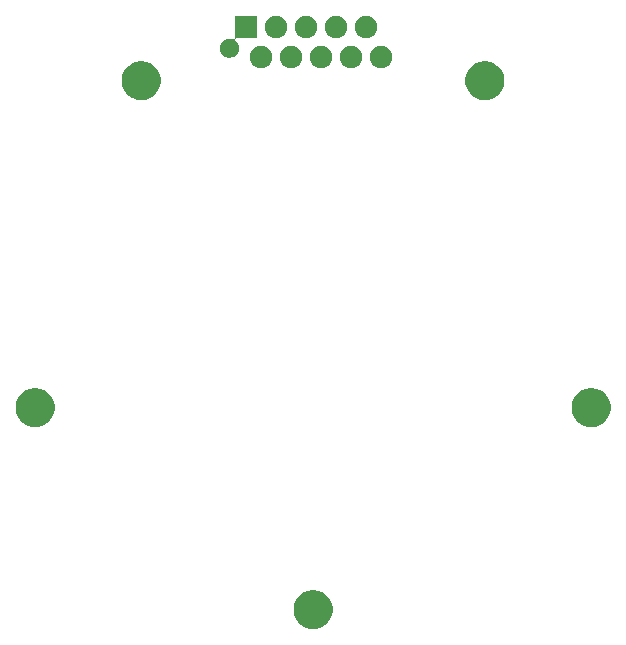
<source format=gbr>
G04 #@! TF.GenerationSoftware,KiCad,Pcbnew,5.1.2-f72e74a~84~ubuntu18.04.1*
G04 #@! TF.CreationDate,2019-09-23T03:00:40+02:00*
G04 #@! TF.ProjectId,roboy_3.0_40mm_ball_sensor,726f626f-795f-4332-9e30-5f34306d6d5f,rev?*
G04 #@! TF.SameCoordinates,Original*
G04 #@! TF.FileFunction,Soldermask,Bot*
G04 #@! TF.FilePolarity,Negative*
%FSLAX46Y46*%
G04 Gerber Fmt 4.6, Leading zero omitted, Abs format (unit mm)*
G04 Created by KiCad (PCBNEW 5.1.2-f72e74a~84~ubuntu18.04.1) date 2019-09-23 03:00:40*
%MOMM*%
%LPD*%
G04 APERTURE LIST*
%ADD10C,0.100000*%
G04 APERTURE END LIST*
D10*
G36*
X160875256Y-123211298D02*
G01*
X160981579Y-123232447D01*
X161282042Y-123356903D01*
X161552451Y-123537585D01*
X161782415Y-123767549D01*
X161963097Y-124037958D01*
X162087553Y-124338421D01*
X162151000Y-124657391D01*
X162151000Y-124982609D01*
X162087553Y-125301579D01*
X161963097Y-125602042D01*
X161782415Y-125872451D01*
X161552451Y-126102415D01*
X161282042Y-126283097D01*
X160981579Y-126407553D01*
X160875256Y-126428702D01*
X160662611Y-126471000D01*
X160337389Y-126471000D01*
X160124744Y-126428702D01*
X160018421Y-126407553D01*
X159717958Y-126283097D01*
X159447549Y-126102415D01*
X159217585Y-125872451D01*
X159036903Y-125602042D01*
X158912447Y-125301579D01*
X158849000Y-124982609D01*
X158849000Y-124657391D01*
X158912447Y-124338421D01*
X159036903Y-124037958D01*
X159217585Y-123767549D01*
X159447549Y-123537585D01*
X159717958Y-123356903D01*
X160018421Y-123232447D01*
X160124744Y-123211298D01*
X160337389Y-123169000D01*
X160662611Y-123169000D01*
X160875256Y-123211298D01*
X160875256Y-123211298D01*
G37*
G36*
X184416282Y-106107741D02*
G01*
X184522605Y-106128890D01*
X184823068Y-106253346D01*
X185093477Y-106434028D01*
X185323441Y-106663992D01*
X185504123Y-106934401D01*
X185628579Y-107234864D01*
X185692026Y-107553834D01*
X185692026Y-107879052D01*
X185628579Y-108198022D01*
X185504123Y-108498485D01*
X185323441Y-108768894D01*
X185093477Y-108998858D01*
X184823068Y-109179540D01*
X184522605Y-109303996D01*
X184416282Y-109325145D01*
X184203637Y-109367443D01*
X183878415Y-109367443D01*
X183665770Y-109325145D01*
X183559447Y-109303996D01*
X183258984Y-109179540D01*
X182988575Y-108998858D01*
X182758611Y-108768894D01*
X182577929Y-108498485D01*
X182453473Y-108198022D01*
X182390026Y-107879052D01*
X182390026Y-107553834D01*
X182453473Y-107234864D01*
X182577929Y-106934401D01*
X182758611Y-106663992D01*
X182988575Y-106434028D01*
X183258984Y-106253346D01*
X183559447Y-106128890D01*
X183665770Y-106107741D01*
X183878415Y-106065443D01*
X184203637Y-106065443D01*
X184416282Y-106107741D01*
X184416282Y-106107741D01*
G37*
G36*
X137334230Y-106107741D02*
G01*
X137440553Y-106128890D01*
X137741016Y-106253346D01*
X138011425Y-106434028D01*
X138241389Y-106663992D01*
X138422071Y-106934401D01*
X138546527Y-107234864D01*
X138609974Y-107553834D01*
X138609974Y-107879052D01*
X138546527Y-108198022D01*
X138422071Y-108498485D01*
X138241389Y-108768894D01*
X138011425Y-108998858D01*
X137741016Y-109179540D01*
X137440553Y-109303996D01*
X137334230Y-109325145D01*
X137121585Y-109367443D01*
X136796363Y-109367443D01*
X136583718Y-109325145D01*
X136477395Y-109303996D01*
X136176932Y-109179540D01*
X135906523Y-108998858D01*
X135676559Y-108768894D01*
X135495877Y-108498485D01*
X135371421Y-108198022D01*
X135307974Y-107879052D01*
X135307974Y-107553834D01*
X135371421Y-107234864D01*
X135495877Y-106934401D01*
X135676559Y-106663992D01*
X135906523Y-106434028D01*
X136176932Y-106253346D01*
X136477395Y-106128890D01*
X136583718Y-106107741D01*
X136796363Y-106065443D01*
X137121585Y-106065443D01*
X137334230Y-106107741D01*
X137334230Y-106107741D01*
G37*
G36*
X175424410Y-78433605D02*
G01*
X175530733Y-78454754D01*
X175831196Y-78579210D01*
X176101605Y-78759892D01*
X176331569Y-78989856D01*
X176512251Y-79260265D01*
X176636707Y-79560728D01*
X176700154Y-79879698D01*
X176700154Y-80204916D01*
X176636707Y-80523886D01*
X176512251Y-80824349D01*
X176331569Y-81094758D01*
X176101605Y-81324722D01*
X175831196Y-81505404D01*
X175530733Y-81629860D01*
X175424410Y-81651009D01*
X175211765Y-81693307D01*
X174886543Y-81693307D01*
X174673898Y-81651009D01*
X174567575Y-81629860D01*
X174267112Y-81505404D01*
X173996703Y-81324722D01*
X173766739Y-81094758D01*
X173586057Y-80824349D01*
X173461601Y-80523886D01*
X173398154Y-80204916D01*
X173398154Y-79879698D01*
X173461601Y-79560728D01*
X173586057Y-79260265D01*
X173766739Y-78989856D01*
X173996703Y-78759892D01*
X174267112Y-78579210D01*
X174567575Y-78454754D01*
X174673898Y-78433605D01*
X174886543Y-78391307D01*
X175211765Y-78391307D01*
X175424410Y-78433605D01*
X175424410Y-78433605D01*
G37*
G36*
X146326102Y-78433605D02*
G01*
X146432425Y-78454754D01*
X146732888Y-78579210D01*
X147003297Y-78759892D01*
X147233261Y-78989856D01*
X147413943Y-79260265D01*
X147538399Y-79560728D01*
X147601846Y-79879698D01*
X147601846Y-80204916D01*
X147538399Y-80523886D01*
X147413943Y-80824349D01*
X147233261Y-81094758D01*
X147003297Y-81324722D01*
X146732888Y-81505404D01*
X146432425Y-81629860D01*
X146326102Y-81651009D01*
X146113457Y-81693307D01*
X145788235Y-81693307D01*
X145575590Y-81651009D01*
X145469267Y-81629860D01*
X145168804Y-81505404D01*
X144898395Y-81324722D01*
X144668431Y-81094758D01*
X144487749Y-80824349D01*
X144363293Y-80523886D01*
X144299846Y-80204916D01*
X144299846Y-79879698D01*
X144363293Y-79560728D01*
X144487749Y-79260265D01*
X144668431Y-78989856D01*
X144898395Y-78759892D01*
X145168804Y-78579210D01*
X145469267Y-78454754D01*
X145575590Y-78433605D01*
X145788235Y-78391307D01*
X146113457Y-78391307D01*
X146326102Y-78433605D01*
X146326102Y-78433605D01*
G37*
G36*
X163987395Y-77125546D02*
G01*
X164160466Y-77197234D01*
X164160467Y-77197235D01*
X164316227Y-77301310D01*
X164448690Y-77433773D01*
X164448691Y-77433775D01*
X164552766Y-77589534D01*
X164624454Y-77762605D01*
X164661000Y-77946333D01*
X164661000Y-78133667D01*
X164624454Y-78317395D01*
X164552766Y-78490466D01*
X164552765Y-78490467D01*
X164448690Y-78646227D01*
X164316227Y-78778690D01*
X164237818Y-78831081D01*
X164160466Y-78882766D01*
X163987395Y-78954454D01*
X163803667Y-78991000D01*
X163616333Y-78991000D01*
X163432605Y-78954454D01*
X163259534Y-78882766D01*
X163182182Y-78831081D01*
X163103773Y-78778690D01*
X162971310Y-78646227D01*
X162867235Y-78490467D01*
X162867234Y-78490466D01*
X162795546Y-78317395D01*
X162759000Y-78133667D01*
X162759000Y-77946333D01*
X162795546Y-77762605D01*
X162867234Y-77589534D01*
X162971309Y-77433775D01*
X162971310Y-77433773D01*
X163103773Y-77301310D01*
X163259533Y-77197235D01*
X163259534Y-77197234D01*
X163432605Y-77125546D01*
X163616333Y-77089000D01*
X163803667Y-77089000D01*
X163987395Y-77125546D01*
X163987395Y-77125546D01*
G37*
G36*
X158907395Y-77125546D02*
G01*
X159080466Y-77197234D01*
X159080467Y-77197235D01*
X159236227Y-77301310D01*
X159368690Y-77433773D01*
X159368691Y-77433775D01*
X159472766Y-77589534D01*
X159544454Y-77762605D01*
X159581000Y-77946333D01*
X159581000Y-78133667D01*
X159544454Y-78317395D01*
X159472766Y-78490466D01*
X159472765Y-78490467D01*
X159368690Y-78646227D01*
X159236227Y-78778690D01*
X159157818Y-78831081D01*
X159080466Y-78882766D01*
X158907395Y-78954454D01*
X158723667Y-78991000D01*
X158536333Y-78991000D01*
X158352605Y-78954454D01*
X158179534Y-78882766D01*
X158102182Y-78831081D01*
X158023773Y-78778690D01*
X157891310Y-78646227D01*
X157787235Y-78490467D01*
X157787234Y-78490466D01*
X157715546Y-78317395D01*
X157679000Y-78133667D01*
X157679000Y-77946333D01*
X157715546Y-77762605D01*
X157787234Y-77589534D01*
X157891309Y-77433775D01*
X157891310Y-77433773D01*
X158023773Y-77301310D01*
X158179533Y-77197235D01*
X158179534Y-77197234D01*
X158352605Y-77125546D01*
X158536333Y-77089000D01*
X158723667Y-77089000D01*
X158907395Y-77125546D01*
X158907395Y-77125546D01*
G37*
G36*
X156367395Y-77125546D02*
G01*
X156540466Y-77197234D01*
X156540467Y-77197235D01*
X156696227Y-77301310D01*
X156828690Y-77433773D01*
X156828691Y-77433775D01*
X156932766Y-77589534D01*
X157004454Y-77762605D01*
X157041000Y-77946333D01*
X157041000Y-78133667D01*
X157004454Y-78317395D01*
X156932766Y-78490466D01*
X156932765Y-78490467D01*
X156828690Y-78646227D01*
X156696227Y-78778690D01*
X156617818Y-78831081D01*
X156540466Y-78882766D01*
X156367395Y-78954454D01*
X156183667Y-78991000D01*
X155996333Y-78991000D01*
X155812605Y-78954454D01*
X155639534Y-78882766D01*
X155562182Y-78831081D01*
X155483773Y-78778690D01*
X155351310Y-78646227D01*
X155247235Y-78490467D01*
X155247234Y-78490466D01*
X155175546Y-78317395D01*
X155139000Y-78133667D01*
X155139000Y-77946333D01*
X155175546Y-77762605D01*
X155247234Y-77589534D01*
X155351309Y-77433775D01*
X155351310Y-77433773D01*
X155483773Y-77301310D01*
X155639533Y-77197235D01*
X155639534Y-77197234D01*
X155812605Y-77125546D01*
X155996333Y-77089000D01*
X156183667Y-77089000D01*
X156367395Y-77125546D01*
X156367395Y-77125546D01*
G37*
G36*
X161447395Y-77125546D02*
G01*
X161620466Y-77197234D01*
X161620467Y-77197235D01*
X161776227Y-77301310D01*
X161908690Y-77433773D01*
X161908691Y-77433775D01*
X162012766Y-77589534D01*
X162084454Y-77762605D01*
X162121000Y-77946333D01*
X162121000Y-78133667D01*
X162084454Y-78317395D01*
X162012766Y-78490466D01*
X162012765Y-78490467D01*
X161908690Y-78646227D01*
X161776227Y-78778690D01*
X161697818Y-78831081D01*
X161620466Y-78882766D01*
X161447395Y-78954454D01*
X161263667Y-78991000D01*
X161076333Y-78991000D01*
X160892605Y-78954454D01*
X160719534Y-78882766D01*
X160642182Y-78831081D01*
X160563773Y-78778690D01*
X160431310Y-78646227D01*
X160327235Y-78490467D01*
X160327234Y-78490466D01*
X160255546Y-78317395D01*
X160219000Y-78133667D01*
X160219000Y-77946333D01*
X160255546Y-77762605D01*
X160327234Y-77589534D01*
X160431309Y-77433775D01*
X160431310Y-77433773D01*
X160563773Y-77301310D01*
X160719533Y-77197235D01*
X160719534Y-77197234D01*
X160892605Y-77125546D01*
X161076333Y-77089000D01*
X161263667Y-77089000D01*
X161447395Y-77125546D01*
X161447395Y-77125546D01*
G37*
G36*
X166527395Y-77125546D02*
G01*
X166700466Y-77197234D01*
X166700467Y-77197235D01*
X166856227Y-77301310D01*
X166988690Y-77433773D01*
X166988691Y-77433775D01*
X167092766Y-77589534D01*
X167164454Y-77762605D01*
X167201000Y-77946333D01*
X167201000Y-78133667D01*
X167164454Y-78317395D01*
X167092766Y-78490466D01*
X167092765Y-78490467D01*
X166988690Y-78646227D01*
X166856227Y-78778690D01*
X166777818Y-78831081D01*
X166700466Y-78882766D01*
X166527395Y-78954454D01*
X166343667Y-78991000D01*
X166156333Y-78991000D01*
X165972605Y-78954454D01*
X165799534Y-78882766D01*
X165722182Y-78831081D01*
X165643773Y-78778690D01*
X165511310Y-78646227D01*
X165407235Y-78490467D01*
X165407234Y-78490466D01*
X165335546Y-78317395D01*
X165299000Y-78133667D01*
X165299000Y-77946333D01*
X165335546Y-77762605D01*
X165407234Y-77589534D01*
X165511309Y-77433775D01*
X165511310Y-77433773D01*
X165643773Y-77301310D01*
X165799533Y-77197235D01*
X165799534Y-77197234D01*
X165972605Y-77125546D01*
X166156333Y-77089000D01*
X166343667Y-77089000D01*
X166527395Y-77125546D01*
X166527395Y-77125546D01*
G37*
G36*
X155771000Y-76451000D02*
G01*
X154003300Y-76451000D01*
X153978914Y-76453402D01*
X153955465Y-76460515D01*
X153933854Y-76472066D01*
X153914912Y-76487611D01*
X153899367Y-76506553D01*
X153887816Y-76528164D01*
X153880703Y-76551613D01*
X153878301Y-76575999D01*
X153880703Y-76600385D01*
X153887816Y-76623834D01*
X153899367Y-76645445D01*
X153914912Y-76664387D01*
X153927904Y-76675049D01*
X153930637Y-76677782D01*
X153930640Y-76677784D01*
X154042216Y-76789360D01*
X154042217Y-76789362D01*
X154129882Y-76920562D01*
X154190267Y-77066343D01*
X154221050Y-77221102D01*
X154221050Y-77378898D01*
X154190267Y-77533657D01*
X154129882Y-77679438D01*
X154129881Y-77679439D01*
X154042216Y-77810640D01*
X153930640Y-77922216D01*
X153894546Y-77946333D01*
X153799438Y-78009882D01*
X153653657Y-78070267D01*
X153498898Y-78101050D01*
X153341102Y-78101050D01*
X153186343Y-78070267D01*
X153040562Y-78009882D01*
X152945454Y-77946333D01*
X152909360Y-77922216D01*
X152797784Y-77810640D01*
X152710119Y-77679439D01*
X152710118Y-77679438D01*
X152649733Y-77533657D01*
X152618950Y-77378898D01*
X152618950Y-77221102D01*
X152649733Y-77066343D01*
X152710118Y-76920562D01*
X152797783Y-76789362D01*
X152797784Y-76789360D01*
X152909360Y-76677784D01*
X152975406Y-76633654D01*
X153040562Y-76590118D01*
X153186343Y-76529733D01*
X153341102Y-76498950D01*
X153498898Y-76498950D01*
X153653655Y-76529733D01*
X153653657Y-76529734D01*
X153653658Y-76529734D01*
X153668278Y-76535790D01*
X153696165Y-76547341D01*
X153719614Y-76554454D01*
X153744000Y-76556856D01*
X153768386Y-76554454D01*
X153791835Y-76547341D01*
X153813446Y-76535790D01*
X153832388Y-76520245D01*
X153847933Y-76501303D01*
X153859485Y-76479693D01*
X153866598Y-76456244D01*
X153869000Y-76431857D01*
X153869000Y-74549000D01*
X155771000Y-74549000D01*
X155771000Y-76451000D01*
X155771000Y-76451000D01*
G37*
G36*
X157637395Y-74585546D02*
G01*
X157810466Y-74657234D01*
X157810467Y-74657235D01*
X157966227Y-74761310D01*
X158098690Y-74893773D01*
X158098691Y-74893775D01*
X158202766Y-75049534D01*
X158274454Y-75222605D01*
X158311000Y-75406333D01*
X158311000Y-75593667D01*
X158274454Y-75777395D01*
X158202766Y-75950466D01*
X158202765Y-75950467D01*
X158098690Y-76106227D01*
X157966227Y-76238690D01*
X157887818Y-76291081D01*
X157810466Y-76342766D01*
X157637395Y-76414454D01*
X157453667Y-76451000D01*
X157266333Y-76451000D01*
X157082605Y-76414454D01*
X156909534Y-76342766D01*
X156832182Y-76291081D01*
X156753773Y-76238690D01*
X156621310Y-76106227D01*
X156517235Y-75950467D01*
X156517234Y-75950466D01*
X156445546Y-75777395D01*
X156409000Y-75593667D01*
X156409000Y-75406333D01*
X156445546Y-75222605D01*
X156517234Y-75049534D01*
X156621309Y-74893775D01*
X156621310Y-74893773D01*
X156753773Y-74761310D01*
X156909533Y-74657235D01*
X156909534Y-74657234D01*
X157082605Y-74585546D01*
X157266333Y-74549000D01*
X157453667Y-74549000D01*
X157637395Y-74585546D01*
X157637395Y-74585546D01*
G37*
G36*
X160177395Y-74585546D02*
G01*
X160350466Y-74657234D01*
X160350467Y-74657235D01*
X160506227Y-74761310D01*
X160638690Y-74893773D01*
X160638691Y-74893775D01*
X160742766Y-75049534D01*
X160814454Y-75222605D01*
X160851000Y-75406333D01*
X160851000Y-75593667D01*
X160814454Y-75777395D01*
X160742766Y-75950466D01*
X160742765Y-75950467D01*
X160638690Y-76106227D01*
X160506227Y-76238690D01*
X160427818Y-76291081D01*
X160350466Y-76342766D01*
X160177395Y-76414454D01*
X159993667Y-76451000D01*
X159806333Y-76451000D01*
X159622605Y-76414454D01*
X159449534Y-76342766D01*
X159372182Y-76291081D01*
X159293773Y-76238690D01*
X159161310Y-76106227D01*
X159057235Y-75950467D01*
X159057234Y-75950466D01*
X158985546Y-75777395D01*
X158949000Y-75593667D01*
X158949000Y-75406333D01*
X158985546Y-75222605D01*
X159057234Y-75049534D01*
X159161309Y-74893775D01*
X159161310Y-74893773D01*
X159293773Y-74761310D01*
X159449533Y-74657235D01*
X159449534Y-74657234D01*
X159622605Y-74585546D01*
X159806333Y-74549000D01*
X159993667Y-74549000D01*
X160177395Y-74585546D01*
X160177395Y-74585546D01*
G37*
G36*
X162717395Y-74585546D02*
G01*
X162890466Y-74657234D01*
X162890467Y-74657235D01*
X163046227Y-74761310D01*
X163178690Y-74893773D01*
X163178691Y-74893775D01*
X163282766Y-75049534D01*
X163354454Y-75222605D01*
X163391000Y-75406333D01*
X163391000Y-75593667D01*
X163354454Y-75777395D01*
X163282766Y-75950466D01*
X163282765Y-75950467D01*
X163178690Y-76106227D01*
X163046227Y-76238690D01*
X162967818Y-76291081D01*
X162890466Y-76342766D01*
X162717395Y-76414454D01*
X162533667Y-76451000D01*
X162346333Y-76451000D01*
X162162605Y-76414454D01*
X161989534Y-76342766D01*
X161912182Y-76291081D01*
X161833773Y-76238690D01*
X161701310Y-76106227D01*
X161597235Y-75950467D01*
X161597234Y-75950466D01*
X161525546Y-75777395D01*
X161489000Y-75593667D01*
X161489000Y-75406333D01*
X161525546Y-75222605D01*
X161597234Y-75049534D01*
X161701309Y-74893775D01*
X161701310Y-74893773D01*
X161833773Y-74761310D01*
X161989533Y-74657235D01*
X161989534Y-74657234D01*
X162162605Y-74585546D01*
X162346333Y-74549000D01*
X162533667Y-74549000D01*
X162717395Y-74585546D01*
X162717395Y-74585546D01*
G37*
G36*
X165257395Y-74585546D02*
G01*
X165430466Y-74657234D01*
X165430467Y-74657235D01*
X165586227Y-74761310D01*
X165718690Y-74893773D01*
X165718691Y-74893775D01*
X165822766Y-75049534D01*
X165894454Y-75222605D01*
X165931000Y-75406333D01*
X165931000Y-75593667D01*
X165894454Y-75777395D01*
X165822766Y-75950466D01*
X165822765Y-75950467D01*
X165718690Y-76106227D01*
X165586227Y-76238690D01*
X165507818Y-76291081D01*
X165430466Y-76342766D01*
X165257395Y-76414454D01*
X165073667Y-76451000D01*
X164886333Y-76451000D01*
X164702605Y-76414454D01*
X164529534Y-76342766D01*
X164452182Y-76291081D01*
X164373773Y-76238690D01*
X164241310Y-76106227D01*
X164137235Y-75950467D01*
X164137234Y-75950466D01*
X164065546Y-75777395D01*
X164029000Y-75593667D01*
X164029000Y-75406333D01*
X164065546Y-75222605D01*
X164137234Y-75049534D01*
X164241309Y-74893775D01*
X164241310Y-74893773D01*
X164373773Y-74761310D01*
X164529533Y-74657235D01*
X164529534Y-74657234D01*
X164702605Y-74585546D01*
X164886333Y-74549000D01*
X165073667Y-74549000D01*
X165257395Y-74585546D01*
X165257395Y-74585546D01*
G37*
M02*

</source>
